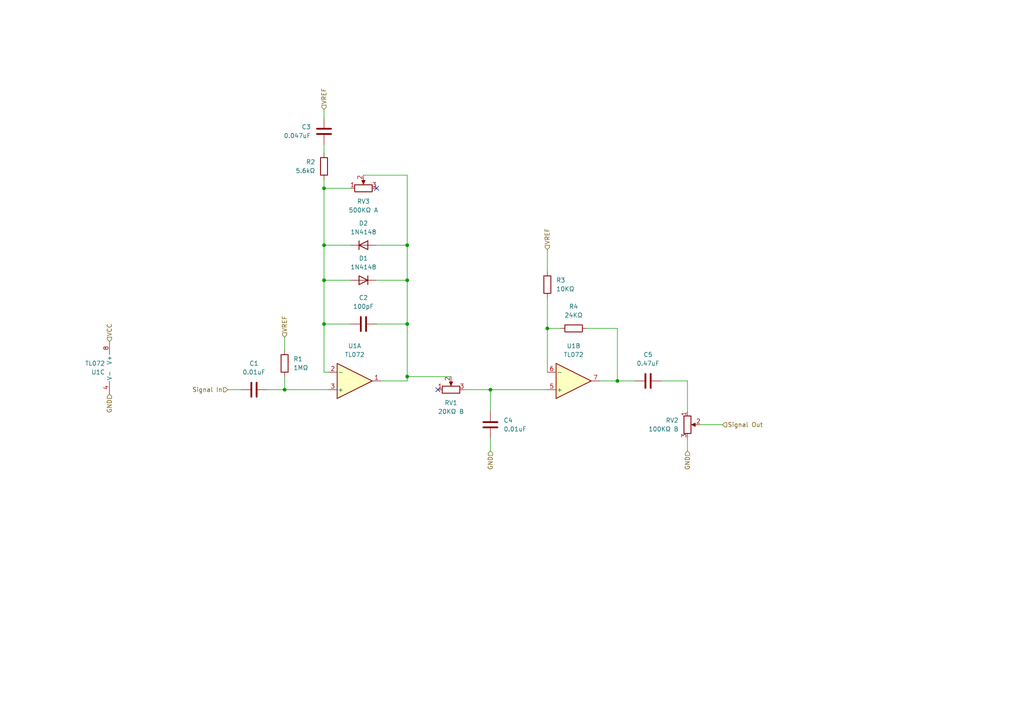
<source format=kicad_sch>
(kicad_sch (version 20250114) (generator "eeschema") (generator_version "9.0")
  (paper "A4")
  (lib_symbols
    (symbol "Amplifier_Operational:TL072" (pin_names (offset 0.127))
      (property "Reference" "U" (at 0 5.08 0))
      (property "Value" "TL072" (at 0 -5.08 0))
      (symbol "TL072_1_1"
        (polyline (pts (xy -5.08 5.08) (xy 5.08 0) (xy -5.08 -5.08) (xy -5.08 5.08)) (stroke (width 0.254)) (fill (type background)))
        (pin input line (at -7.62 2.54 0) (length 2.54) (name "+") (number "3"))
        (pin input line (at -7.62 -2.54 0) (length 2.54) (name "-") (number "2"))
        (pin output line (at 7.62 0 180) (length 2.54) (name "~") (number "1"))
      )
      (symbol "TL072_2_1"
        (polyline (pts (xy -5.08 5.08) (xy 5.08 0) (xy -5.08 -5.08) (xy -5.08 5.08)) (stroke (width 0.254)) (fill (type background)))
        (pin input line (at -7.62 2.54 0) (length 2.54) (name "+") (number "5"))
        (pin input line (at -7.62 -2.54 0) (length 2.54) (name "-") (number "6"))
        (pin output line (at 7.62 0 180) (length 2.54) (name "~") (number "7"))
      )
      (symbol "TL072_3_1"
        (pin power_in line (at -2.54 7.62 270) (length 3.81) (name "V+") (number "8"))
        (pin power_in line (at -2.54 -7.62 90) (length 3.81) (name "V-") (number "4"))
      )
    )
    (symbol "Device:C" (pin_numbers (hide yes)) (pin_names (offset 0.254))
      (property "Reference" "C" (at 0.635 2.54 0))
      (property "Value" "C" (at 0.635 -2.54 0))
      (symbol "C_0_1"
        (polyline (pts (xy -2.032 0.762) (xy 2.032 0.762)) (stroke (width 0.508)))
        (polyline (pts (xy -2.032 -0.762) (xy 2.032 -0.762)) (stroke (width 0.508)))
      )
      (symbol "C_1_1"
        (pin passive line (at 0 3.81 270) (length 2.794) (name "~") (number "1"))
        (pin passive line (at 0 -3.81 90) (length 2.794) (name "~") (number "2"))
      )
    )
    (symbol "Device:R" (pin_numbers (hide yes)) (pin_names (offset 0))
      (property "Reference" "R" (at 2.032 0 90))
      (property "Value" "R" (at 0 0 90))
      (symbol "R_0_1"
        (rectangle (start -1.016 -2.54) (end 1.016 2.54) (stroke (width 0.254)))
      )
      (symbol "R_1_1"
        (pin passive line (at 0 3.81 270) (length 1.27) (name "~") (number "1"))
        (pin passive line (at 0 -3.81 90) (length 1.27) (name "~") (number "2"))
      )
    )
    (symbol "Device:R_Potentiometer" (pin_names (offset 1.016) (hide yes))
      (property "Reference" "RV" (at -4.445 0 90))
      (property "Value" "R_Potentiometer" (at -2.54 0 90))
      (symbol "R_Potentiometer_0_1"
        (rectangle (start 1.016 2.54) (end -1.016 -2.54) (stroke (width 0.254)))
        (polyline (pts (xy 1.143 0) (xy 2.286 0.508) (xy 2.286 -0.508) (xy 1.143 0)) (fill (type outline)))
        (polyline (pts (xy 2.54 0) (xy 1.524 0)))
      )
      (symbol "R_Potentiometer_1_1"
        (pin passive line (at 0 3.81 270) (length 1.27) (name "1") (number "1"))
        (pin passive line (at 0 -3.81 90) (length 1.27) (name "3") (number "3"))
        (pin passive line (at 3.81 0 180) (length 1.27) (name "2") (number "2"))
      )
    )
    (symbol "Diode:1N4148" (pin_numbers (hide yes)) (pin_names (hide yes))
      (property "Reference" "D" (at 0 2.54 0))
      (property "Value" "1N4148" (at 0 -2.54 0))
      (symbol "1N4148_0_1"
        (polyline (pts (xy -1.27 1.27) (xy -1.27 -1.27)) (stroke (width 0.254)))
        (polyline (pts (xy 1.27 1.27) (xy 1.27 -1.27) (xy -1.27 0) (xy 1.27 1.27)) (stroke (width 0.254)))
        (polyline (pts (xy 1.27 0) (xy -1.27 0)))
      )
      (symbol "1N4148_1_1"
        (pin passive line (at -3.81 0 0) (length 2.54) (name "K") (number "1"))
        (pin passive line (at 3.81 0 180) (length 2.54) (name "A") (number "2"))
      )
    )
  )
  (junction (at 118.11 109.22))
  (junction (at 93.98 81.28))
  (junction (at 93.98 54.61))
  (junction (at 158.75 95.25))
  (junction (at 93.98 71.12))
  (junction (at 93.98 93.98))
  (junction (at 118.11 71.12))
  (junction (at 142.24 113.03))
  (junction (at 118.11 93.98))
  (junction (at 118.11 81.28))
  (junction (at 82.55 113.03))
  (junction (at 179.07 110.49))
  (no_connect (at 127 113.03))
  (no_connect (at 109.22 54.61))
  (wire (pts (xy 109.22 81.28) (xy 118.11 81.28)))
  (wire (pts (xy 158.75 95.25) (xy 158.75 107.95)))
  (wire (pts (xy 93.98 93.98) (xy 93.98 107.95)))
  (wire (pts (xy 82.55 109.22) (xy 82.55 113.03)))
  (wire (pts (xy 69.85 113.03) (xy 66.04 113.03)))
  (wire (pts (xy 142.24 130.81) (xy 142.24 127)))
  (wire (pts (xy 158.75 72.39) (xy 158.75 78.74)))
  (wire (pts (xy 93.98 54.61) (xy 93.98 71.12)))
  (wire (pts (xy 209.55 123.19) (xy 203.2 123.19)))
  (wire (pts (xy 158.75 95.25) (xy 162.56 95.25)))
  (wire (pts (xy 109.22 71.12) (xy 118.11 71.12)))
  (wire (pts (xy 93.98 93.98) (xy 93.98 81.28)))
  (wire (pts (xy 109.22 93.98) (xy 118.11 93.98)))
  (wire (pts (xy 118.11 50.8) (xy 118.11 71.12)))
  (wire (pts (xy 93.98 34.29) (xy 93.98 31.75)))
  (wire (pts (xy 110.49 110.49) (xy 118.11 110.49)))
  (wire (pts (xy 142.24 113.03) (xy 158.75 113.03)))
  (wire (pts (xy 199.39 119.38) (xy 199.39 110.49)))
  (wire (pts (xy 93.98 44.45) (xy 93.98 41.91)))
  (wire (pts (xy 93.98 71.12) (xy 93.98 81.28)))
  (wire (pts (xy 118.11 109.22) (xy 118.11 110.49)))
  (wire (pts (xy 93.98 81.28) (xy 101.6 81.28)))
  (wire (pts (xy 118.11 71.12) (xy 118.11 81.28)))
  (wire (pts (xy 82.55 113.03) (xy 77.47 113.03)))
  (wire (pts (xy 82.55 113.03) (xy 95.25 113.03)))
  (wire (pts (xy 158.75 86.36) (xy 158.75 95.25)))
  (wire (pts (xy 179.07 110.49) (xy 173.99 110.49)))
  (wire (pts (xy 93.98 54.61) (xy 101.6 54.61)))
  (wire (pts (xy 105.41 50.8) (xy 118.11 50.8)))
  (wire (pts (xy 134.62 113.03) (xy 142.24 113.03)))
  (wire (pts (xy 118.11 109.22) (xy 130.81 109.22)))
  (wire (pts (xy 142.24 113.03) (xy 142.24 119.38)))
  (wire (pts (xy 93.98 93.98) (xy 101.6 93.98)))
  (wire (pts (xy 93.98 52.07) (xy 93.98 54.61)))
  (wire (pts (xy 82.55 97.79) (xy 82.55 101.6)))
  (wire (pts (xy 95.25 107.95) (xy 93.98 107.95)))
  (wire (pts (xy 118.11 81.28) (xy 118.11 93.98)))
  (wire (pts (xy 118.11 93.98) (xy 118.11 109.22)))
  (wire (pts (xy 199.39 110.49) (xy 191.77 110.49)))
  (wire (pts (xy 101.6 71.12) (xy 93.98 71.12)))
  (wire (pts (xy 184.15 110.49) (xy 179.07 110.49)))
  (wire (pts (xy 179.07 95.25) (xy 179.07 110.49)))
  (wire (pts (xy 199.39 130.81) (xy 199.39 127)))
  (wire (pts (xy 170.18 95.25) (xy 179.07 95.25)))
  (hierarchical_label "GND" (shape input) (at 31.75 114.3 270))
  (hierarchical_label "VCC" (shape input) (at 31.75 99.06 90))
  (hierarchical_label "VREF" (shape input) (at 158.75 72.39 90))
  (hierarchical_label "VREF" (shape input) (at 82.55 97.79 90))
  (hierarchical_label "Signal Out" (shape input) (at 209.55 123.19 0))
  (hierarchical_label "GND" (shape input) (at 142.24 130.81 270))
  (hierarchical_label "VREF" (shape input) (at 93.98 31.75 90))
  (hierarchical_label "GND" (shape input) (at 199.39 130.81 270))
  (hierarchical_label "Signal In" (shape input) (at 66.04 113.03 180))
  (symbol (lib_id "Device:R") (at 93.98 48.26 0) (mirror y) (unit 1)
    (property "Reference" "R2" (at 91.44 46.9899 0) (effects (justify left)))
    (property "Value" "5.6kΩ" (at 91.44 49.5299 0) (effects (justify left)))
    (property "Description" "Resistor" (effects (hide yes)))
  )
  (symbol (lib_id "Amplifier_Operational:TL072") (at 102.87 110.49 0) (mirror x) (unit 1)
    (property "Reference" "U1" (at 102.87 100.33 0))
    (property "Value" "TL072" (at 102.87 102.87 0))
    (property "Datasheet" "http://www.ti.com/lit/ds/symlink/tl071.pdf" (effects (hide yes)))
    (property "Description" "Dual Low-Noise JFET-Input Operational Amplifiers, DIP-8/SOIC-8" (effects (hide yes)))
  )
  (symbol (lib_id "Device:C") (at 73.66 113.03 90) (unit 1)
    (property "Reference" "C1" (at 73.66 105.41 90))
    (property "Value" "0.01uF" (at 73.66 107.95 90))
    (property "Description" "Unpolarized capacitor" (effects (hide yes)))
  )
  (symbol (lib_id "Diode:1N4148") (at 105.41 81.28 180) (unit 1)
    (property "Reference" "D1" (at 105.41 74.93 0))
    (property "Value" "1N4148" (at 105.41 77.47 0))
    (property "Footprint" "Diode_THT:D_DO-35_SOD27_P7.62mm_Horizontal" (effects (hide yes)))
    (property "Datasheet" "https://assets.nexperia.com/documents/data-sheet/1N4148_1N4448.pdf" (effects (hide yes)))
    (property "Description" "100V 0.15A standard switching diode, DO-35" (effects (hide yes)))
    (property "Sim.Device" "D" (effects (hide yes)))
    (property "Sim.Pins" "1=K 2=A" (effects (hide yes)))
  )
  (symbol (lib_id "Device:R_Potentiometer") (at 130.81 113.03 90) (unit 1)
    (property "Reference" "RV1" (at 130.81 116.84 90))
    (property "Value" "20KΩ B" (at 130.81 119.38 90))
    (property "Description" "Potentiometer" (effects (hide yes)))
  )
  (symbol (lib_id "Amplifier_Operational:TL072") (at 34.29 106.68 0) (unit 3)
    (property "Reference" "U1" (at 30.48 107.9501 0) (effects (justify right)))
    (property "Value" "TL072" (at 30.48 105.4101 0) (effects (justify right)))
    (property "Datasheet" "http://www.ti.com/lit/ds/symlink/tl071.pdf" (effects (hide yes)))
    (property "Description" "Dual Low-Noise JFET-Input Operational Amplifiers, DIP-8/SOIC-8" (effects (hide yes)))
  )
  (symbol (lib_id "Device:C") (at 142.24 123.19 0) (unit 1)
    (property "Reference" "C4" (at 146.05 121.9199 0) (effects (justify left)))
    (property "Value" "0.01uF" (at 146.05 124.4599 0) (effects (justify left)))
    (property "Description" "Unpolarized capacitor" (effects (hide yes)))
  )
  (symbol (lib_id "Device:C") (at 93.98 38.1 0) (mirror y) (unit 1)
    (property "Reference" "C3" (at 90.17 36.8299 0) (effects (justify left)))
    (property "Value" "0.047uF" (at 90.17 39.3699 0) (effects (justify left)))
    (property "Description" "Unpolarized capacitor" (effects (hide yes)))
  )
  (symbol (lib_id "Device:R_Potentiometer") (at 105.41 54.61 90) (unit 1)
    (property "Reference" "RV3" (at 105.41 58.42 90))
    (property "Value" "500KΩ A" (at 105.41 60.96 90))
    (property "Description" "Potentiometer" (effects (hide yes)))
  )
  (symbol (lib_id "Device:C") (at 187.96 110.49 90) (unit 1)
    (property "Reference" "C5" (at 187.96 102.87 90))
    (property "Value" "0.47uF" (at 187.96 105.41 90))
    (property "Description" "Unpolarized capacitor" (effects (hide yes)))
  )
  (symbol (lib_id "Device:R") (at 82.55 105.41 0) (unit 1)
    (property "Reference" "R1" (at 85.09 104.1399 0) (effects (justify left)))
    (property "Value" "1MΩ" (at 85.09 106.6799 0) (effects (justify left)))
    (property "Description" "Resistor" (effects (hide yes)))
  )
  (symbol (lib_id "Amplifier_Operational:TL072") (at 166.37 110.49 0) (mirror x) (unit 2)
    (property "Reference" "U1" (at 166.37 100.33 0))
    (property "Value" "TL072" (at 166.37 102.87 0))
    (property "Datasheet" "http://www.ti.com/lit/ds/symlink/tl071.pdf" (effects (hide yes)))
    (property "Description" "Dual Low-Noise JFET-Input Operational Amplifiers, DIP-8/SOIC-8" (effects (hide yes)))
  )
  (symbol (lib_id "Diode:1N4148") (at 105.41 71.12 0) (unit 1)
    (property "Reference" "D2" (at 105.41 64.77 0))
    (property "Value" "1N4148" (at 105.41 67.31 0))
    (property "Footprint" "Diode_THT:D_DO-35_SOD27_P7.62mm_Horizontal" (effects (hide yes)))
    (property "Datasheet" "https://assets.nexperia.com/documents/data-sheet/1N4148_1N4448.pdf" (effects (hide yes)))
    (property "Description" "100V 0.15A standard switching diode, DO-35" (effects (hide yes)))
    (property "Sim.Device" "D" (effects (hide yes)))
    (property "Sim.Pins" "1=K 2=A" (effects (hide yes)))
  )
  (symbol (lib_id "Device:R") (at 158.75 82.55 0) (unit 1)
    (property "Reference" "R3" (at 161.29 81.2799 0) (effects (justify left)))
    (property "Value" "10KΩ" (at 161.29 83.8199 0) (effects (justify left)))
    (property "Description" "Resistor" (effects (hide yes)))
  )
  (symbol (lib_id "Device:R_Potentiometer") (at 199.39 123.19 0) (unit 1)
    (property "Reference" "RV2" (at 196.85 121.9199 0) (effects (justify right)))
    (property "Value" "100KΩ B" (at 196.85 124.4599 0) (effects (justify right)))
    (property "Description" "Potentiometer" (effects (hide yes)))
  )
  (symbol (lib_id "Device:C") (at 105.41 93.98 270) (unit 1)
    (property "Reference" "C2" (at 105.41 86.36 90))
    (property "Value" "100pF" (at 105.41 88.9 90))
    (property "Description" "Unpolarized capacitor" (effects (hide yes)))
  )
  (symbol (lib_id "Device:R") (at 166.37 95.25 90) (unit 1)
    (property "Reference" "R4" (at 166.37 88.9 90))
    (property "Value" "24KΩ" (at 166.37 91.44 90))
    (property "Description" "Resistor" (effects (hide yes)))
  )
)
</source>
